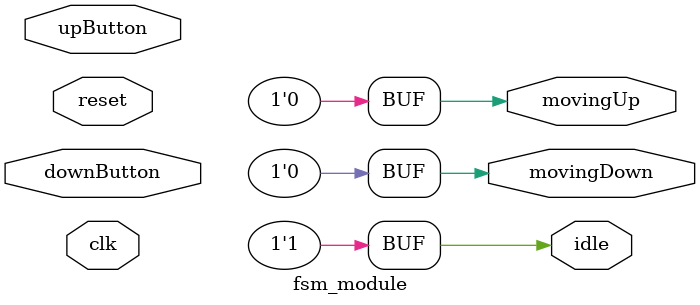
<source format=v>
module fsm_module ( 
  input wire clk,
  input wire reset,
  input wire upButton,
  input wire downButton,
  output reg idle,
  output reg movingUp,
  output reg movingDown
);

  parameter WIDTH = 4;
  parameter IDLE = {WIDTH{1'b0}};
  parameter MOVING_UP = {WIDTH{1'b0}};
  parameter MOVING_DOWN = {WIDTH{1'b0}};
  parameter UNREACHABLE = {WIDTH{1'b0}};

  reg [WIDTH-1:0] current_state;
  reg [WIDTH-1:0] next_state;

  always @(posedge clk or posedge reset) begin
    if (reset) begin
      current_state <= IDLE;
    end else begin
      current_state <= next_state;
    end
  end

  always @* begin
    case (current_state)
      IDLE:
        begin
          idle      = 1'b1;
          movingUp   = 1'b0;
          movingDown = 1'b0;
          next_state = IDLE;
          if (upButton) begin
            next_state = MOVING_UP;
          end
          if (downButton) begin
            next_state = MOVING_DOWN;
          end
        end
      MOVING_UP:
        begin
          idle      = 1'b0;
          movingUp   = 1'b1;
          movingDown = 1'b0;
          next_state = UNREACHABLE;
        end
      MOVING_DOWN:
        begin
          idle      = 1'b0;
          movingUp   = 1'b0;
          movingDown = 1'b1;
          next_state = UNREACHABLE;
        end
      UNREACHABLE:
        begin
          idle      = 1'b0;
          movingUp   = 1'b0;
          movingDown = 1'b0;
          next_state = IDLE;
        end
      default:
        begin
          idle      = 1'b1;
          movingUp   = 1'b0;
          movingDown = 1'b0;
          next_state = IDLE;
        end
    endcase
  end
endmodule
</source>
